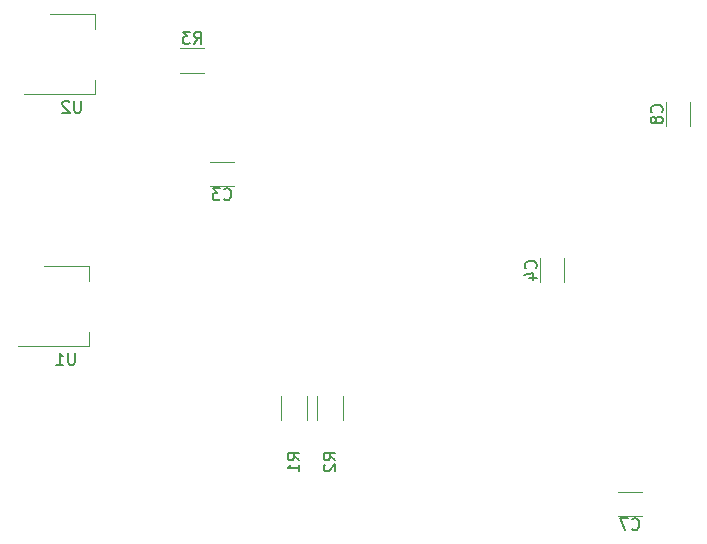
<source format=gbr>
G04 #@! TF.FileFunction,Legend,Bot*
%FSLAX46Y46*%
G04 Gerber Fmt 4.6, Leading zero omitted, Abs format (unit mm)*
G04 Created by KiCad (PCBNEW 4.0.7) date 06/25/19 19:36:15*
%MOMM*%
%LPD*%
G01*
G04 APERTURE LIST*
%ADD10C,0.100000*%
%ADD11C,0.120000*%
%ADD12C,0.150000*%
G04 APERTURE END LIST*
D10*
D11*
X130540000Y-102112000D02*
X128540000Y-102112000D01*
X128540000Y-100072000D02*
X130540000Y-100072000D01*
X156460000Y-110220000D02*
X156460000Y-108220000D01*
X158500000Y-108220000D02*
X158500000Y-110220000D01*
X165084000Y-130052000D02*
X163084000Y-130052000D01*
X163084000Y-128012000D02*
X165084000Y-128012000D01*
X167128000Y-97012000D02*
X167128000Y-95012000D01*
X169168000Y-95012000D02*
X169168000Y-97012000D01*
X134566000Y-119904000D02*
X134566000Y-121904000D01*
X136706000Y-121904000D02*
X136706000Y-119904000D01*
X137614000Y-119904000D02*
X137614000Y-121904000D01*
X139754000Y-121904000D02*
X139754000Y-119904000D01*
X126000000Y-92510000D02*
X128000000Y-92510000D01*
X128000000Y-90370000D02*
X126000000Y-90370000D01*
X118242000Y-108858000D02*
X118242000Y-110118000D01*
X118242000Y-115678000D02*
X118242000Y-114418000D01*
X114482000Y-108858000D02*
X118242000Y-108858000D01*
X112232000Y-115678000D02*
X118242000Y-115678000D01*
X118750000Y-87522000D02*
X118750000Y-88782000D01*
X118750000Y-94342000D02*
X118750000Y-93082000D01*
X114990000Y-87522000D02*
X118750000Y-87522000D01*
X112740000Y-94342000D02*
X118750000Y-94342000D01*
D12*
X129706666Y-103199143D02*
X129754285Y-103246762D01*
X129897142Y-103294381D01*
X129992380Y-103294381D01*
X130135238Y-103246762D01*
X130230476Y-103151524D01*
X130278095Y-103056286D01*
X130325714Y-102865810D01*
X130325714Y-102722952D01*
X130278095Y-102532476D01*
X130230476Y-102437238D01*
X130135238Y-102342000D01*
X129992380Y-102294381D01*
X129897142Y-102294381D01*
X129754285Y-102342000D01*
X129706666Y-102389619D01*
X129373333Y-102294381D02*
X128754285Y-102294381D01*
X129087619Y-102675333D01*
X128944761Y-102675333D01*
X128849523Y-102722952D01*
X128801904Y-102770571D01*
X128754285Y-102865810D01*
X128754285Y-103103905D01*
X128801904Y-103199143D01*
X128849523Y-103246762D01*
X128944761Y-103294381D01*
X129230476Y-103294381D01*
X129325714Y-103246762D01*
X129373333Y-103199143D01*
X156087143Y-109053334D02*
X156134762Y-109005715D01*
X156182381Y-108862858D01*
X156182381Y-108767620D01*
X156134762Y-108624762D01*
X156039524Y-108529524D01*
X155944286Y-108481905D01*
X155753810Y-108434286D01*
X155610952Y-108434286D01*
X155420476Y-108481905D01*
X155325238Y-108529524D01*
X155230000Y-108624762D01*
X155182381Y-108767620D01*
X155182381Y-108862858D01*
X155230000Y-109005715D01*
X155277619Y-109053334D01*
X155515714Y-109910477D02*
X156182381Y-109910477D01*
X155134762Y-109672381D02*
X155849048Y-109434286D01*
X155849048Y-110053334D01*
X164250666Y-131139143D02*
X164298285Y-131186762D01*
X164441142Y-131234381D01*
X164536380Y-131234381D01*
X164679238Y-131186762D01*
X164774476Y-131091524D01*
X164822095Y-130996286D01*
X164869714Y-130805810D01*
X164869714Y-130662952D01*
X164822095Y-130472476D01*
X164774476Y-130377238D01*
X164679238Y-130282000D01*
X164536380Y-130234381D01*
X164441142Y-130234381D01*
X164298285Y-130282000D01*
X164250666Y-130329619D01*
X163917333Y-130234381D02*
X163250666Y-130234381D01*
X163679238Y-131234381D01*
X166755143Y-95845334D02*
X166802762Y-95797715D01*
X166850381Y-95654858D01*
X166850381Y-95559620D01*
X166802762Y-95416762D01*
X166707524Y-95321524D01*
X166612286Y-95273905D01*
X166421810Y-95226286D01*
X166278952Y-95226286D01*
X166088476Y-95273905D01*
X165993238Y-95321524D01*
X165898000Y-95416762D01*
X165850381Y-95559620D01*
X165850381Y-95654858D01*
X165898000Y-95797715D01*
X165945619Y-95845334D01*
X166278952Y-96416762D02*
X166231333Y-96321524D01*
X166183714Y-96273905D01*
X166088476Y-96226286D01*
X166040857Y-96226286D01*
X165945619Y-96273905D01*
X165898000Y-96321524D01*
X165850381Y-96416762D01*
X165850381Y-96607239D01*
X165898000Y-96702477D01*
X165945619Y-96750096D01*
X166040857Y-96797715D01*
X166088476Y-96797715D01*
X166183714Y-96750096D01*
X166231333Y-96702477D01*
X166278952Y-96607239D01*
X166278952Y-96416762D01*
X166326571Y-96321524D01*
X166374190Y-96273905D01*
X166469429Y-96226286D01*
X166659905Y-96226286D01*
X166755143Y-96273905D01*
X166802762Y-96321524D01*
X166850381Y-96416762D01*
X166850381Y-96607239D01*
X166802762Y-96702477D01*
X166755143Y-96750096D01*
X166659905Y-96797715D01*
X166469429Y-96797715D01*
X166374190Y-96750096D01*
X166326571Y-96702477D01*
X166278952Y-96607239D01*
X136088381Y-125309334D02*
X135612190Y-124976000D01*
X136088381Y-124737905D02*
X135088381Y-124737905D01*
X135088381Y-125118858D01*
X135136000Y-125214096D01*
X135183619Y-125261715D01*
X135278857Y-125309334D01*
X135421714Y-125309334D01*
X135516952Y-125261715D01*
X135564571Y-125214096D01*
X135612190Y-125118858D01*
X135612190Y-124737905D01*
X136088381Y-126261715D02*
X136088381Y-125690286D01*
X136088381Y-125976000D02*
X135088381Y-125976000D01*
X135231238Y-125880762D01*
X135326476Y-125785524D01*
X135374095Y-125690286D01*
X139136381Y-125309334D02*
X138660190Y-124976000D01*
X139136381Y-124737905D02*
X138136381Y-124737905D01*
X138136381Y-125118858D01*
X138184000Y-125214096D01*
X138231619Y-125261715D01*
X138326857Y-125309334D01*
X138469714Y-125309334D01*
X138564952Y-125261715D01*
X138612571Y-125214096D01*
X138660190Y-125118858D01*
X138660190Y-124737905D01*
X138231619Y-125690286D02*
X138184000Y-125737905D01*
X138136381Y-125833143D01*
X138136381Y-126071239D01*
X138184000Y-126166477D01*
X138231619Y-126214096D01*
X138326857Y-126261715D01*
X138422095Y-126261715D01*
X138564952Y-126214096D01*
X139136381Y-125642667D01*
X139136381Y-126261715D01*
X127166666Y-90042381D02*
X127500000Y-89566190D01*
X127738095Y-90042381D02*
X127738095Y-89042381D01*
X127357142Y-89042381D01*
X127261904Y-89090000D01*
X127214285Y-89137619D01*
X127166666Y-89232857D01*
X127166666Y-89375714D01*
X127214285Y-89470952D01*
X127261904Y-89518571D01*
X127357142Y-89566190D01*
X127738095Y-89566190D01*
X126833333Y-89042381D02*
X126214285Y-89042381D01*
X126547619Y-89423333D01*
X126404761Y-89423333D01*
X126309523Y-89470952D01*
X126261904Y-89518571D01*
X126214285Y-89613810D01*
X126214285Y-89851905D01*
X126261904Y-89947143D01*
X126309523Y-89994762D01*
X126404761Y-90042381D01*
X126690476Y-90042381D01*
X126785714Y-89994762D01*
X126833333Y-89947143D01*
X117093905Y-116220381D02*
X117093905Y-117029905D01*
X117046286Y-117125143D01*
X116998667Y-117172762D01*
X116903429Y-117220381D01*
X116712952Y-117220381D01*
X116617714Y-117172762D01*
X116570095Y-117125143D01*
X116522476Y-117029905D01*
X116522476Y-116220381D01*
X115522476Y-117220381D02*
X116093905Y-117220381D01*
X115808191Y-117220381D02*
X115808191Y-116220381D01*
X115903429Y-116363238D01*
X115998667Y-116458476D01*
X116093905Y-116506095D01*
X117601905Y-94884381D02*
X117601905Y-95693905D01*
X117554286Y-95789143D01*
X117506667Y-95836762D01*
X117411429Y-95884381D01*
X117220952Y-95884381D01*
X117125714Y-95836762D01*
X117078095Y-95789143D01*
X117030476Y-95693905D01*
X117030476Y-94884381D01*
X116601905Y-94979619D02*
X116554286Y-94932000D01*
X116459048Y-94884381D01*
X116220952Y-94884381D01*
X116125714Y-94932000D01*
X116078095Y-94979619D01*
X116030476Y-95074857D01*
X116030476Y-95170095D01*
X116078095Y-95312952D01*
X116649524Y-95884381D01*
X116030476Y-95884381D01*
M02*

</source>
